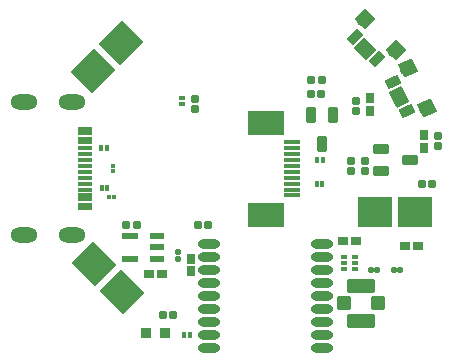
<source format=gbs>
G04 Layer: BottomSolderMaskLayer*
G04 Panelize: , Column: 1, Row: 1, Board Size: 43.14mm x 33.02mm, Panelized Board Size: 43.14mm x 33.02mm*
G04 EasyEDA v6.5.37, 2023-11-04 14:50:19*
G04 5fb9839a784f4b4dba235304687c7bf2,9a4ed40c0dd746429eaf55b84663d2fb,10*
G04 Gerber Generator version 0.2*
G04 Scale: 100 percent, Rotated: No, Reflected: No *
G04 Dimensions in millimeters *
G04 leading zeros omitted , absolute positions ,4 integer and 5 decimal *
%FSLAX45Y45*%
%MOMM*%

%AMMACRO1*1,1,$1,$2,$3*1,1,$1,$4,$5*1,1,$1,0-$2,0-$3*1,1,$1,0-$4,0-$5*20,1,$1,$2,$3,$4,$5,0*20,1,$1,$4,$5,0-$2,0-$3,0*20,1,$1,0-$2,0-$3,0-$4,0-$5,0*20,1,$1,0-$4,0-$5,$2,$3,0*4,1,4,$2,$3,$4,$5,0-$2,0-$3,0-$4,0-$5,$2,$3,0*%
%ADD10MACRO1,0.1016X-0.625X0.35X-0.625X-0.35*%
%ADD11MACRO1,0.1016X0.35X0.625X-0.35X0.625*%
%ADD12MACRO1,0.1016X-0.1516X0.162X-0.1516X-0.162*%
%ADD13MACRO1,0.1016X0.1516X0.162X0.1516X-0.162*%
%ADD14MACRO1,0.1016X-0.162X-0.1516X0.162X-0.1516*%
%ADD15MACRO1,0.1016X-0.162X0.1516X0.162X0.1516*%
%ADD16MACRO1,0.1X-0.135X-0.125X0.135X-0.125*%
%ADD17MACRO1,0.1X0.125X-0.135X0.125X0.135*%
%ADD18MACRO1,0.1016X-1.8385X0.0707X0.0707X-1.8385*%
%ADD19MACRO1,0.1016X0.4X-0.4X0.4X0.4*%
%ADD20MACRO1,0.1016X0.5499X-0.1499X0.5499X0.1499*%
%ADD21MACRO1,0.1016X0.5499X-0.1511X0.5499X0.1511*%
%ADD22O,2.3015956X1.3015976000000002*%
%ADD23MACRO1,0.1016X-0.5785X0.245X-0.5785X-0.245*%
%ADD24MACRO1,0.1016X-0.5875X0.245X-0.5875X-0.245*%
%ADD25MACRO1,0.1016X0.1516X-0.162X0.1516X0.162*%
%ADD26MACRO1,0.1016X-0.1516X-0.162X-0.1516X0.162*%
%ADD27MACRO1,0.1016X1.35X1.25X-1.35X1.25*%
%ADD28MACRO1,0.1016X0.65X-0.15X0.65X0.15*%
%ADD29MACRO1,0.1016X1.5X-1X1.5X1*%
%ADD30MACRO1,0.1016X0.0707X1.8385X-1.8385X-0.0707*%
%ADD31O,1.8745962X0.8015985999999999*%
%ADD32MACRO1,0.1016X1.1X0.55X-1.1X0.55*%
%ADD33MACRO1,0.1016X-0.5X0.525X-0.5X-0.525*%
%ADD34MACRO1,0.1016X0.2125X0.14X-0.2125X0.14*%
%ADD35MACRO1,0.1016X-0.2125X0.14X0.2125X0.14*%
%ADD36R,0.5266X0.3816*%
%ADD37MACRO1,0.1016X-0.1842X0.162X-0.1842X-0.162*%
%ADD38MACRO1,0.1016X0.1842X0.162X0.1842X-0.162*%
%ADD39MACRO1,0.1016X0.395X-0.27X0.395X0.27*%
%ADD40MACRO1,0.1016X-0.395X-0.27X-0.395X0.27*%
%ADD41MACRO1,0.1016X0.27X0.2828X-0.27X0.2828*%
%ADD42MACRO1,0.1016X0.27X-0.2828X-0.27X-0.2828*%
%ADD43MACRO1,0.1016X0.2828X-0.27X0.2828X0.27*%
%ADD44MACRO1,0.1016X-0.2828X-0.27X-0.2828X0.27*%
%ADD45MACRO1,0.1016X-0.27X-0.2828X0.27X-0.2828*%
%ADD46MACRO1,0.1016X-0.27X0.2828X0.27X0.2828*%
%ADD47MACRO1,0.1016X-0.395X0.27X-0.395X-0.27*%
%ADD48MACRO1,0.1016X0.395X0.27X0.395X-0.27*%
%ADD49MACRO1,0.1016X-0.27X-0.395X0.27X-0.395*%
%ADD50MACRO1,0.1016X-0.27X0.395X0.27X0.395*%
%ADD51MACRO1,0.1016X0.162X0.1842X-0.162X0.1842*%
%ADD52MACRO1,0.1016X0.162X-0.1842X-0.162X-0.1842*%
%ADD53MACRO1,0.1016X-0.2828X0.27X-0.2828X-0.27*%
%ADD54MACRO1,0.1016X0.2828X0.27X0.2828X-0.27*%
%ADD55MACRO1,0.1016X0.6364X0.1414X0.1414X0.6364*%
%ADD56MACRO1,0.1016X0.8839X-0.1061X-0.1061X0.8839*%
%ADD57MACRO1,0.1016X0.8309X0.0177X0.0177X0.8308*%
%ADD58MACRO1,0.1016X0.8308X0.0177X0.0177X0.8308*%
%ADD59C,0.9000*%
%ADD60MACRO1,0.1016X0.6478X-0.0735X0.3409X0.5557*%
%ADD61MACRO1,0.1016X0.8012X-0.388X0.1875X0.8703*%
%ADD62MACRO1,0.1016X0.7913X-0.2538X0.2872X0.7798*%
%ADD63MACRO1,0.1016X0.27X0.395X-0.27X0.395*%
%ADD64MACRO1,0.1016X0.27X-0.395X-0.27X-0.395*%

%LPD*%
D10*
G01*
X1705688Y819497D03*
G01*
X1455752Y914493D03*
G01*
X1455752Y724501D03*
D11*
G01*
X961214Y951323D03*
G01*
X1056210Y1201259D03*
G01*
X866218Y1201259D03*
D12*
G01*
X961494Y617059D03*
D13*
G01*
X913183Y617059D03*
D14*
G01*
X-223695Y1345303D03*
D15*
G01*
X-223695Y1296992D03*
D12*
G01*
X963780Y818481D03*
D13*
G01*
X915469Y818481D03*
D16*
G01*
X-812467Y728692D03*
G01*
X-812467Y771110D03*
D17*
G01*
X-800402Y506569D03*
G01*
X-842820Y506569D03*
D18*
G01*
X-971875Y-60822D03*
G01*
X-736620Y-296076D03*
D19*
G01*
X-366565Y-646828D03*
G01*
X-526465Y-646127D03*
D20*
G01*
X-1045382Y488970D03*
G01*
X-1045382Y518942D03*
G01*
X-1045382Y568980D03*
D21*
G01*
X-1045382Y618891D03*
D20*
G01*
X-1045382Y668802D03*
G01*
X-1045382Y718840D03*
G01*
X-1045382Y768878D03*
G01*
X-1045382Y818916D03*
G01*
X-1045382Y868954D03*
G01*
X-1045382Y918992D03*
D21*
G01*
X-1045382Y968903D03*
D20*
G01*
X-1045382Y999002D03*
G01*
X-1045382Y438932D03*
G01*
X-1045382Y408960D03*
G01*
X-1045382Y1048786D03*
D21*
G01*
X-1045382Y1078885D03*
D22*
G01*
X-1160447Y181907D03*
G01*
X-1560446Y181907D03*
G01*
X-1160447Y1305882D03*
G01*
X-1560446Y1305882D03*
D23*
G01*
X-434797Y174243D03*
G01*
X-434797Y79248D03*
G01*
X-434797Y-15748D03*
D24*
G01*
X-665530Y-15748D03*
G01*
X-665530Y174243D03*
D25*
G01*
X-906472Y581499D03*
D26*
G01*
X-858161Y581499D03*
D12*
G01*
X-861717Y916271D03*
D13*
G01*
X-910028Y916271D03*
D27*
G01*
X1744978Y376426D03*
G01*
X1412279Y376426D03*
D28*
G01*
X706615Y518853D03*
G01*
X706615Y568853D03*
G01*
X706615Y618853D03*
G01*
X706615Y668853D03*
G01*
X706615Y718853D03*
G01*
X706615Y768852D03*
G01*
X706615Y818852D03*
G01*
X706615Y868852D03*
G01*
X706615Y918852D03*
G01*
X706615Y968852D03*
D29*
G01*
X487265Y1133853D03*
G01*
X487268Y353852D03*
D30*
G01*
X-742574Y1809485D03*
G01*
X-977827Y1574231D03*
D31*
G01*
X2Y-770008D03*
G01*
X2Y-660001D03*
G01*
X2Y-549993D03*
G01*
X2Y-440011D03*
G01*
X2Y-330004D03*
G01*
X2Y-219997D03*
G01*
X2Y-110015D03*
G01*
X2Y-7D03*
G01*
X2Y109999D03*
G01*
X962306Y109999D03*
G01*
X962306Y-7D03*
G01*
X962306Y-110015D03*
G01*
X962306Y-219997D03*
G01*
X962306Y-330004D03*
G01*
X962306Y-440011D03*
G01*
X962306Y-549993D03*
G01*
X962306Y-660001D03*
G01*
X962306Y-770008D03*
D32*
G01*
X1290645Y-243998D03*
D33*
G01*
X1148158Y-394000D03*
D32*
G01*
X1290647Y-544000D03*
D33*
G01*
X1433151Y-394000D03*
D34*
G01*
X1237080Y-5816D03*
G01*
X1237080Y-55816D03*
G01*
X1237080Y-105816D03*
D35*
G01*
X1149579Y-105816D03*
D36*
G01*
X1149581Y-55811D03*
D35*
G01*
X1149579Y-5816D03*
D37*
G01*
X1427723Y-108457D03*
D38*
G01*
X1372880Y-108457D03*
D39*
G01*
X1137262Y134873D03*
D40*
G01*
X1246273Y134873D03*
D41*
G01*
X1208786Y723543D03*
D42*
G01*
X1208786Y810108D03*
D43*
G01*
X869166Y1494490D03*
D44*
G01*
X955732Y1494490D03*
D43*
G01*
X1804567Y619506D03*
D44*
G01*
X1891132Y619506D03*
D45*
G01*
X1940813Y1020166D03*
D46*
G01*
X1940813Y933601D03*
D47*
G01*
X1771545Y91948D03*
D48*
G01*
X1662534Y91948D03*
D49*
G01*
X-149352Y-15090D03*
D50*
G01*
X-149352Y-124101D03*
D37*
G01*
X1620255Y-110489D03*
D38*
G01*
X1565412Y-110489D03*
D47*
G01*
X-398122Y-143001D03*
D48*
G01*
X-507133Y-143001D03*
D12*
G01*
X-160502Y-658621D03*
D13*
G01*
X-208813Y-658621D03*
D51*
G01*
X-255778Y-19039D03*
D52*
G01*
X-255778Y35803D03*
D53*
G01*
X-2437Y271780D03*
D54*
G01*
X-89002Y271780D03*
D41*
G01*
X1321815Y723035D03*
D42*
G01*
X1321815Y809600D03*
D45*
G01*
X-119552Y1334573D03*
D46*
G01*
X-119552Y1248007D03*
D55*
G01*
X1429109Y1671366D03*
G01*
X1241725Y1858747D03*
D56*
G01*
X1324811Y1754451D03*
D57*
G01*
X1582905Y1750917D03*
D58*
G01*
X1321276Y2012544D03*
D59*
G01*
X1562254Y1730265D03*
G01*
X1300609Y1991885D03*
D53*
G01*
X952938Y1373840D03*
D54*
G01*
X866372Y1373840D03*
D60*
G01*
X1678846Y1237369D03*
G01*
X1562677Y1475549D03*
D61*
G01*
X1607278Y1349884D03*
D62*
G01*
X1850161Y1262515D03*
G01*
X1687964Y1595067D03*
D59*
G01*
X1823900Y1249697D03*
G01*
X1661695Y1582234D03*
D49*
G01*
X1365585Y1343764D03*
D50*
G01*
X1365585Y1234752D03*
D41*
G01*
X1246205Y1234545D03*
D42*
G01*
X1246205Y1321111D03*
D63*
G01*
X1824990Y923394D03*
D64*
G01*
X1824990Y1032405D03*
D53*
G01*
X-609672Y264507D03*
D54*
G01*
X-696238Y264507D03*
D53*
G01*
X-299871Y-490727D03*
D54*
G01*
X-386436Y-490727D03*
M02*

</source>
